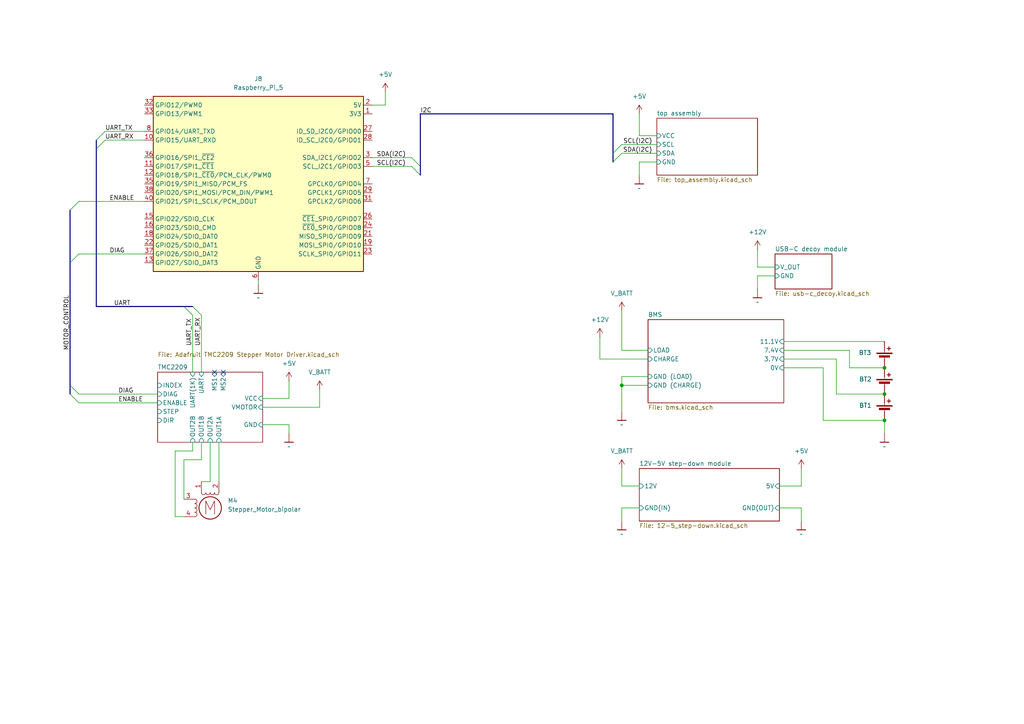
<source format=kicad_sch>
(kicad_sch (version 20250114) (generator "eeschema") (generator_version "9.0")
  (paper "A4")
  (lib_symbols
    (symbol "Adafruit PCA9685 rev C-eagle-import:GND" (power)
      (symbol "GND_1_0"
        (polyline (pts (xy -1.27 0) (xy 1.27 0)) (stroke (width 0.254)))
        (pin power_in line (at 0 2.54 270) (length 2.54) (name "GND") (number "1"))
      )
    )
    (symbol "Adafruit TMC2209 Stepper Motor Driver-eagle-import:GND" (power)
      (symbol "GND_1_0"
        (polyline (pts (xy -1.27 0) (xy 1.27 0)) (stroke (width 0.254)))
        (pin power_in line (at 0 2.54 270) (length 2.54) (name "GND") (number "1"))
      )
    )
    (symbol "Connector:Raspberry_Pi_4"
      (property "Reference" "J" (at -17.526 48.768 0))
      (property "Value" "Raspberry_Pi_4" (at 15.748 -26.416 0))
      (symbol "Raspberry_Pi_4_0_1"
        (rectangle (start -30.48 25.4) (end 30.48 -25.4) (stroke (width 0.254)) (fill (type background)))
      )
      (symbol "Raspberry_Pi_4_1_1"
        (pin bidirectional line (at -33.02 22.86 0) (length 2.54) (name "GPIO12/PWM0") (number "32"))
        (pin bidirectional line (at -33.02 20.32 0) (length 2.54) (name "GPIO13/PWM1") (number "33"))
        (pin bidirectional line (at -33.02 15.24 0) (length 2.54) (name "GPIO14/UART_TXD") (number "8"))
        (pin bidirectional line (at -33.02 12.7 0) (length 2.54) (name "GPIO15/UART_RXD") (number "10"))
        (pin bidirectional line (at -33.02 7.62 0) (length 2.54) (name "GPIO16/SPI1_~{CE2}") (number "36"))
        (pin bidirectional line (at -33.02 5.08 0) (length 2.54) (name "GPIO17/SPI1_~{CE1}") (number "11"))
        (pin bidirectional line (at -33.02 2.54 0) (length 2.54) (name "GPIO18/SPI1_~{CE0}/PCM_CLK/PWM0") (number "12"))
        (pin bidirectional line (at -33.02 0 0) (length 2.54) (name "GPIO19/SPI1_MISO/PCM_FS") (number "35"))
        (pin bidirectional line (at -33.02 -2.54 0) (length 2.54) (name "GPIO20/SPI1_MOSI/PCM_DIN/PWM1") (number "38"))
        (pin bidirectional line (at -33.02 -5.08 0) (length 2.54) (name "GPIO21/SPI1_SCLK/PCM_DOUT") (number "40"))
        (pin bidirectional line (at -33.02 -10.16 0) (length 2.54) (name "GPIO22/SDIO_CLK") (number "15"))
        (pin bidirectional line (at -33.02 -12.7 0) (length 2.54) (name "GPIO23/SDIO_CMD") (number "16"))
        (pin bidirectional line (at -33.02 -15.24 0) (length 2.54) (name "GPIO24/SDIO_DAT0") (number "18"))
        (pin bidirectional line (at -33.02 -17.78 0) (length 2.54) (name "GPIO25/SDIO_DAT1") (number "22"))
        (pin bidirectional line (at -33.02 -20.32 0) (length 2.54) (name "GPIO26/SDIO_DAT2") (number "37"))
        (pin bidirectional line (at -33.02 -22.86 0) (length 2.54) (name "GPIO27/SDIO_DAT3") (number "13"))
        (pin passive line (at 0 -27.94 90) (length 2.54) (hide yes) (name "GND") (number "14"))
        (pin passive line (at 0 -27.94 90) (length 2.54) (hide yes) (name "GND") (number "20"))
        (pin passive line (at 0 -27.94 90) (length 2.54) (hide yes) (name "GND") (number "25"))
        (pin passive line (at 0 -27.94 90) (length 2.54) (hide yes) (name "GND") (number "30"))
        (pin passive line (at 0 -27.94 90) (length 2.54) (hide yes) (name "GND") (number "34"))
        (pin passive line (at 0 -27.94 90) (length 2.54) (hide yes) (name "GND") (number "39"))
        (pin power_out line (at 0 -27.94 90) (length 2.54) (name "GND") (number "6"))
        (pin passive line (at 0 -27.94 90) (length 2.54) (hide yes) (name "GND") (number "9"))
        (pin power_out line (at 33.02 22.86 180) (length 2.54) (name "5V") (number "2"))
        (pin passive line (at 33.02 22.86 180) (length 2.54) (hide yes) (name "5V") (number "4"))
        (pin power_out line (at 33.02 20.32 180) (length 2.54) (name "3V3") (number "1"))
        (pin passive line (at 33.02 20.32 180) (length 2.54) (hide yes) (name "3V3") (number "17"))
        (pin bidirectional line (at 33.02 15.24 180) (length 2.54) (name "ID_SD_I2C0/GPIO00") (number "27"))
        (pin bidirectional line (at 33.02 12.7 180) (length 2.54) (name "ID_SC_I2C0/GPIO01") (number "28"))
        (pin bidirectional line (at 33.02 7.62 180) (length 2.54) (name "SDA_I2C1/GPIO02") (number "3"))
        (pin bidirectional line (at 33.02 5.08 180) (length 2.54) (name "SCL_I2C1/GPIO03") (number "5"))
        (pin bidirectional line (at 33.02 0 180) (length 2.54) (name "GPCLK0/GPIO04") (number "7"))
        (pin bidirectional line (at 33.02 -2.54 180) (length 2.54) (name "GPCLK1/GPIO05") (number "29"))
        (pin bidirectional line (at 33.02 -5.08 180) (length 2.54) (name "GPCLK2/GPIO06") (number "31"))
        (pin bidirectional line (at 33.02 -10.16 180) (length 2.54) (name "~{CE1}_SPI0/GPIO07") (number "26"))
        (pin bidirectional line (at 33.02 -12.7 180) (length 2.54) (name "~{CE0}_SPI0/GPIO08") (number "24"))
        (pin bidirectional line (at 33.02 -15.24 180) (length 2.54) (name "MISO_SPI0/GPIO09") (number "21"))
        (pin bidirectional line (at 33.02 -17.78 180) (length 2.54) (name "MOSI_SPI0/GPIO10") (number "19"))
        (pin bidirectional line (at 33.02 -20.32 180) (length 2.54) (name "SCLK_SPI0/GPIO11") (number "23"))
      )
    )
    (symbol "Device:Battery_Cell" (pin_numbers (hide yes)) (pin_names (offset 0) (hide yes))
      (property "Reference" "BT" (at 2.54 2.54 0))
      (property "Value" "Battery_Cell" (at 2.54 0 0))
      (symbol "Battery_Cell_0_1"
        (rectangle (start -2.286 1.778) (end 2.286 1.524) (fill (type outline)))
        (rectangle (start -1.524 1.016) (end 1.524 0.508) (fill (type outline)))
        (polyline (pts (xy 0 1.778) (xy 0 2.54)))
        (polyline (pts (xy 0 0.762) (xy 0 0)))
        (polyline (pts (xy 0.762 3.048) (xy 1.778 3.048)) (stroke (width 0.254)))
        (polyline (pts (xy 1.27 3.556) (xy 1.27 2.54)) (stroke (width 0.254)))
      )
      (symbol "Battery_Cell_1_1"
        (pin passive line (at 0 5.08 270) (length 2.54) (name "+") (number "1"))
        (pin passive line (at 0 -2.54 90) (length 2.54) (name "-") (number "2"))
      )
    )
    (symbol "Motor:Stepper_Motor_bipolar" (pin_names (offset 0) (hide yes))
      (property "Reference" "M" (at 3.81 2.54 0))
      (property "Value" "Stepper_Motor_bipolar" (at 3.81 1.27 0))
      (symbol "Stepper_Motor_bipolar_0_0"
        (polyline (pts (xy -1.27 -1.778) (xy -1.27 2.032) (xy 0 -0.508) (xy 1.27 2.032) (xy 1.27 -1.778)))
      )
      (symbol "Stepper_Motor_bipolar_0_1"
        (polyline (pts (xy -5.08 2.54) (xy -4.445 2.54)))
        (polyline (pts (xy -5.08 -2.54) (xy -4.445 -2.54)))
        (arc (start -4.445 2.54) (mid -3.8127 1.905) (end -4.445 1.27))
        (arc (start -4.445 1.27) (mid -3.8127 0.635) (end -4.445 0))
        (arc (start -4.445 0) (mid -3.8127 -0.635) (end -4.445 -1.27))
        (arc (start -4.445 -1.27) (mid -3.8127 -1.905) (end -4.445 -2.54))
        (polyline (pts (xy -2.54 5.08) (xy -2.54 4.445)))
        (arc (start -1.27 4.445) (mid -1.905 3.8127) (end -2.54 4.445))
        (arc (start 0 4.445) (mid -0.635 3.8127) (end -1.27 4.445))
        (circle (center 0 0) (radius 3.2512) (stroke (width 0.254)))
        (arc (start 1.27 4.445) (mid 0.635 3.8127) (end 0 4.445))
        (arc (start 2.54 4.445) (mid 1.905 3.8127) (end 1.27 4.445))
        (polyline (pts (xy 2.54 5.08) (xy 2.54 4.445)))
      )
      (symbol "Stepper_Motor_bipolar_1_1"
        (pin passive line (at -7.62 2.54 0) (length 2.54) (name "~") (number "3"))
        (pin passive line (at -7.62 -2.54 0) (length 2.54) (name "~") (number "4"))
        (pin passive line (at -2.54 7.62 270) (length 2.54) (name "~") (number "1"))
        (pin passive line (at 2.54 7.62 270) (length 2.54) (name "-") (number "2"))
      )
    )
    (symbol "power:+12V" (power) (pin_numbers (hide yes)) (pin_names (offset 0) (hide yes))
      (property "Value" "+12V" (at 0 3.556 0))
      (symbol "+12V_0_1"
        (polyline (pts (xy -0.762 1.27) (xy 0 2.54)))
        (polyline (pts (xy 0 2.54) (xy 0.762 1.27)))
        (polyline (pts (xy 0 0) (xy 0 2.54)))
      )
      (symbol "+12V_1_1"
        (pin power_in line (at 0 0 90) (length 0) (name "~") (number "1"))
      )
    )
    (symbol "power:+5V" (power) (pin_numbers (hide yes)) (pin_names (offset 0) (hide yes))
      (property "Value" "+5V" (at 0 3.556 0))
      (symbol "+5V_0_1"
        (polyline (pts (xy -0.762 1.27) (xy 0 2.54)))
        (polyline (pts (xy 0 2.54) (xy 0.762 1.27)))
        (polyline (pts (xy 0 0) (xy 0 2.54)))
      )
      (symbol "+5V_1_1"
        (pin power_in line (at 0 0 90) (length 0) (name "~") (number "1"))
      )
    )
    (symbol "power:+BATT" (power) (pin_numbers (hide yes)) (pin_names (offset 0) (hide yes))
      (property "Value" "+BATT" (at 0 3.556 0))
      (symbol "+BATT_0_1"
        (polyline (pts (xy -0.762 1.27) (xy 0 2.54)))
        (polyline (pts (xy 0 2.54) (xy 0.762 1.27)))
        (polyline (pts (xy 0 0) (xy 0 2.54)))
      )
      (symbol "+BATT_1_1"
        (pin power_in line (at 0 0 90) (length 0) (name "~") (number "1"))
      )
    )
  )
  (junction (at 256.54 114.3))
  (junction (at 256.54 106.68))
  (junction (at 180.34 111.76))
  (junction (at 256.54 121.92))
  (no_connect (at 64.77 107.95))
  (no_connect (at 62.23 107.95))
  (bus_entry (at 20.32 111.76) (size 2.54 2.54))
  (bus_entry (at 20.32 60.96) (size 2.54 -2.54))
  (bus_entry (at 53.34 88.9) (size 2.54 2.54))
  (bus_entry (at 177.8 44.45) (size 2.54 -2.54))
  (bus_entry (at 121.92 48.26) (size -2.54 -2.54))
  (bus_entry (at 27.94 43.18) (size 2.54 -2.54))
  (bus_entry (at 55.88 88.9) (size 2.54 2.54))
  (bus_entry (at 177.8 46.99) (size 2.54 -2.54))
  (bus_entry (at 20.32 76.2) (size 2.54 -2.54))
  (bus_entry (at 27.94 40.64) (size 2.54 -2.54))
  (bus_entry (at 121.92 50.8) (size -2.54 -2.54))
  (bus_entry (at 20.32 114.3) (size 2.54 2.54))
  (wire (pts (xy 187.96 109.22) (xy 180.34 109.22)))
  (wire (pts (xy 246.38 101.6) (xy 246.38 106.68)))
  (wire (pts (xy 180.34 151.13) (xy 180.34 147.32)))
  (wire (pts (xy 180.34 109.22) (xy 180.34 111.76)))
  (wire (pts (xy 50.8 130.81) (xy 50.8 149.86)))
  (wire (pts (xy 180.34 41.91) (xy 190.5 41.91)))
  (wire (pts (xy 53.34 144.78) (xy 53.34 133.35)))
  (wire (pts (xy 30.48 38.1) (xy 41.91 38.1)))
  (bus (pts (xy 20.32 60.96) (xy 20.32 76.2)))
  (wire (pts (xy 22.86 116.84) (xy 45.72 116.84)))
  (wire (pts (xy 226.06 147.32) (xy 232.41 147.32)))
  (wire (pts (xy 22.86 114.3) (xy 45.72 114.3)))
  (wire (pts (xy 180.34 111.76) (xy 180.34 119.38)))
  (wire (pts (xy 83.82 123.19) (xy 83.82 125.73)))
  (wire (pts (xy 53.34 133.35) (xy 58.42 133.35)))
  (wire (pts (xy 185.42 46.99) (xy 190.5 46.99)))
  (wire (pts (xy 242.57 114.3) (xy 256.54 114.3)))
  (wire (pts (xy 63.5 139.7) (xy 63.5 128.27)))
  (wire (pts (xy 83.82 115.57) (xy 83.82 110.49)))
  (wire (pts (xy 232.41 140.97) (xy 226.06 140.97)))
  (wire (pts (xy 60.96 139.7) (xy 60.96 128.27)))
  (wire (pts (xy 173.99 104.14) (xy 187.96 104.14)))
  (wire (pts (xy 185.42 33.02) (xy 185.42 39.37)))
  (wire (pts (xy 30.48 40.64) (xy 41.91 40.64)))
  (wire (pts (xy 219.71 72.39) (xy 219.71 77.47)))
  (bus (pts (xy 121.92 33.02) (xy 177.8 33.02)))
  (wire (pts (xy 55.88 128.27) (xy 55.88 130.81)))
  (wire (pts (xy 111.76 26.67) (xy 111.76 30.48)))
  (bus (pts (xy 20.32 76.2) (xy 20.32 111.76)))
  (wire (pts (xy 180.34 140.97) (xy 185.42 140.97)))
  (wire (pts (xy 227.33 99.06) (xy 256.54 99.06)))
  (wire (pts (xy 76.2 115.57) (xy 83.82 115.57)))
  (bus (pts (xy 20.32 111.76) (xy 20.32 114.3)))
  (wire (pts (xy 232.41 147.32) (xy 232.41 151.13)))
  (wire (pts (xy 58.42 139.7) (xy 60.96 139.7)))
  (wire (pts (xy 180.34 111.76) (xy 187.96 111.76)))
  (bus (pts (xy 27.94 40.64) (xy 27.94 43.18)))
  (bus (pts (xy 27.94 43.18) (xy 27.94 88.9)))
  (wire (pts (xy 180.34 101.6) (xy 180.34 90.17)))
  (wire (pts (xy 232.41 135.89) (xy 232.41 140.97)))
  (wire (pts (xy 58.42 91.44) (xy 58.42 107.95)))
  (wire (pts (xy 227.33 101.6) (xy 246.38 101.6)))
  (wire (pts (xy 58.42 133.35) (xy 58.42 128.27)))
  (bus (pts (xy 177.8 33.02) (xy 177.8 44.45)))
  (wire (pts (xy 76.2 123.19) (xy 83.82 123.19)))
  (wire (pts (xy 92.71 118.11) (xy 92.71 113.03)))
  (wire (pts (xy 238.76 121.92) (xy 256.54 121.92)))
  (wire (pts (xy 180.34 135.89) (xy 180.34 140.97)))
  (bus (pts (xy 177.8 44.45) (xy 177.8 46.99)))
  (wire (pts (xy 180.34 44.45) (xy 190.5 44.45)))
  (wire (pts (xy 187.96 101.6) (xy 180.34 101.6)))
  (wire (pts (xy 219.71 77.47) (xy 224.79 77.47)))
  (wire (pts (xy 219.71 83.82) (xy 219.71 80.01)))
  (bus (pts (xy 121.92 33.02) (xy 121.92 48.26)))
  (wire (pts (xy 55.88 130.81) (xy 50.8 130.81)))
  (bus (pts (xy 27.94 88.9) (xy 53.34 88.9)))
  (wire (pts (xy 76.2 118.11) (xy 92.71 118.11)))
  (wire (pts (xy 219.71 80.01) (xy 224.79 80.01)))
  (wire (pts (xy 227.33 106.68) (xy 238.76 106.68)))
  (wire (pts (xy 50.8 149.86) (xy 53.34 149.86)))
  (wire (pts (xy 246.38 106.68) (xy 256.54 106.68)))
  (wire (pts (xy 173.99 97.79) (xy 173.99 104.14)))
  (wire (pts (xy 107.95 45.72) (xy 119.38 45.72)))
  (bus (pts (xy 121.92 50.8) (xy 121.92 48.26)))
  (wire (pts (xy 180.34 147.32) (xy 185.42 147.32)))
  (bus (pts (xy 53.34 88.9) (xy 55.88 88.9)))
  (wire (pts (xy 22.86 58.42) (xy 41.91 58.42)))
  (wire (pts (xy 107.95 48.26) (xy 119.38 48.26)))
  (wire (pts (xy 256.54 121.92) (xy 256.54 125.73)))
  (wire (pts (xy 185.42 50.8) (xy 185.42 46.99)))
  (wire (pts (xy 55.88 91.44) (xy 55.88 107.95)))
  (wire (pts (xy 227.33 104.14) (xy 242.57 104.14)))
  (wire (pts (xy 242.57 104.14) (xy 242.57 114.3)))
  (wire (pts (xy 111.76 30.48) (xy 107.95 30.48)))
  (wire (pts (xy 185.42 39.37) (xy 190.5 39.37)))
  (wire (pts (xy 238.76 106.68) (xy 238.76 121.92)))
  (wire (pts (xy 22.86 73.66) (xy 41.91 73.66)))
  (wire (pts (xy 74.93 82.55) (xy 74.93 81.28)))
  (label "UART_RX" (at 58.42 100.33 90))
  (label "ENABLE" (at 31.75 58.42 0))
  (label "MOTOR_CONTROL" (at 20.32 101.6 90))
  (label "SDA(I2C)" (at 189.23 44.45 180))
  (label "I2C" (at 121.92 33.02 0))
  (label "DIAG" (at 34.29 114.3 0))
  (label "DIAG" (at 31.75 73.66 0))
  (label "SCL(I2C)" (at 189.23 41.91 180))
  (label "UART_TX" (at 30.48 38.1 0))
  (label "SDA(I2C)" (at 109.22 45.72 0))
  (label "UART_RX" (at 30.48 40.64 0))
  (label "SCL(I2C)" (at 109.22 48.26 0))
  (label "ENABLE" (at 34.29 116.84 0))
  (label "UART" (at 33.02 88.9 0))
  (label "UART_TX" (at 55.88 100.33 90))
  (symbol (lib_id "Adafruit TMC2209 Stepper Motor Driver-eagle-import:GND") (at 256.54 128.27 0) (unit 1)
    (property "Reference" "01" (effects (hide yes)))
    (property "Value" "~" (at 256.54 129.54 0) (effects (font (size 1.27 1.0795))))
    (property "Description" "GND" (effects (hide yes)))
  )
  (symbol (lib_id "Adafruit TMC2209 Stepper Motor Driver-eagle-import:GND") (at 185.42 53.34 0) (unit 1)
    (property "Reference" "01" (effects (hide yes)))
    (property "Value" "~" (at 185.42 54.61 0) (effects (font (size 1.27 1.0795))))
    (property "Description" "GND" (effects (hide yes)))
  )
  (symbol (lib_id "power:+12V") (at 219.71 72.39 0) (unit 1)
    (property "Reference" "#PWR020" (effects (hide yes)))
    (property "Value" "+12V" (at 219.71 67.31 0))
    (property "Description" "Power symbol creates a global label with name \"+12V\"" (effects (hide yes)))
  )
  (symbol (lib_id "Adafruit TMC2209 Stepper Motor Driver-eagle-import:GND") (at 74.93 85.09 0) (unit 1)
    (property "Reference" "01" (effects (hide yes)))
    (property "Value" "~" (at 74.93 86.36 0) (effects (font (size 1.27 1.0795))))
    (property "Description" "GND" (effects (hide yes)))
  )
  (symbol (lib_id "Adafruit PCA9685 rev C-eagle-import:GND") (at 83.82 128.27 0) (unit 1)
    (property "Reference" "01" (effects (hide yes)))
    (property "Value" "~" (at 83.82 129.54 0) (effects (font (size 1.27 1.0795))))
    (property "Description" "GND" (effects (hide yes)))
  )
  (symbol (lib_id "power:+BATT") (at 180.34 135.89 0) (unit 1)
    (property "Reference" "#PWR023" (effects (hide yes)))
    (property "Value" "V_BATT" (at 180.34 130.81 0))
    (property "Description" "Power symbol creates a global label with name \"+BATT\"" (effects (hide yes)))
  )
  (symbol (lib_id "power:+12V") (at 173.99 97.79 0) (unit 1)
    (property "Reference" "#PWR016" (effects (hide yes)))
    (property "Value" "+12V" (at 173.99 92.71 0))
    (property "Description" "Power symbol creates a global label with name \"+12V\"" (effects (hide yes)))
  )
  (symbol (lib_id "power:+5V") (at 185.42 33.02 0) (unit 1)
    (property "Reference" "#PWR015" (effects (hide yes)))
    (property "Value" "+5V" (at 185.42 27.94 0))
    (property "Description" "Power symbol creates a global label with name \"+5V\"" (effects (hide yes)))
  )
  (symbol (lib_id "power:+BATT") (at 92.71 113.03 0) (unit 1)
    (property "Reference" "#PWR018" (effects (hide yes)))
    (property "Value" "V_BATT" (at 92.71 107.95 0))
    (property "Description" "Power symbol creates a global label with name \"+BATT\"" (effects (hide yes)))
  )
  (symbol (lib_id "Adafruit PCA9685 rev C-eagle-import:GND") (at 180.34 153.67 0) (unit 1)
    (property "Reference" "01" (effects (hide yes)))
    (property "Value" "~" (at 180.34 154.94 0) (effects (font (size 1.27 1.0795))))
    (property "Description" "GND" (effects (hide yes)))
  )
  (symbol (lib_id "Device:Battery_Cell") (at 256.54 111.76 0) (unit 1)
    (property "Reference" "BT2" (at 249.174 109.982 0) (effects (justify left)))
    (property "Value" "Battery_Cell" (effects (hide yes)))
    (property "Description" "Single-cell battery" (effects (hide yes)))
  )
  (symbol (lib_id "power:+5V") (at 111.76 26.67 0) (unit 1)
    (property "Reference" "#PWR021" (effects (hide yes)))
    (property "Value" "+5V" (at 111.76 21.59 0))
    (property "Description" "Power symbol creates a global label with name \"+5V\"" (effects (hide yes)))
  )
  (symbol (lib_id "Connector:Raspberry_Pi_4") (at 74.93 53.34 0) (unit 1)
    (property "Reference" "J8" (at 74.93 22.86 0))
    (property "Value" "Raspberry_Pi_5" (at 74.93 25.4 0))
    (property "Datasheet" "https://datasheets.raspberrypi.com/rpi4/raspberry-pi-4-datasheet.pdf" (effects (hide yes)))
    (property "Description" "Raspberry Pi 4 Model B" (effects (hide yes)))
  )
  (symbol (lib_id "Device:Battery_Cell") (at 256.54 104.14 0) (unit 1)
    (property "Reference" "BT3" (at 252.73 102.2986 0) (effects (justify right)))
    (property "Value" "Battery_Cell" (effects (hide yes)))
    (property "Description" "Single-cell battery" (effects (hide yes)))
  )
  (symbol (lib_id "power:+5V") (at 232.41 135.89 0) (unit 1)
    (property "Reference" "#PWR022" (effects (hide yes)))
    (property "Value" "+5V" (at 232.41 130.81 0))
    (property "Description" "Power symbol creates a global label with name \"+5V\"" (effects (hide yes)))
  )
  (symbol (lib_id "Adafruit PCA9685 rev C-eagle-import:GND") (at 232.41 153.67 0) (unit 1)
    (property "Reference" "01" (effects (hide yes)))
    (property "Value" "~" (at 232.41 154.94 0) (effects (font (size 1.27 1.0795))))
    (property "Description" "GND" (effects (hide yes)))
  )
  (symbol (lib_id "power:+BATT") (at 180.34 90.17 0) (unit 1)
    (property "Reference" "#PWR017" (effects (hide yes)))
    (property "Value" "V_BATT" (at 180.34 85.09 0))
    (property "Description" "Power symbol creates a global label with name \"+BATT\"" (effects (hide yes)))
  )
  (symbol (lib_id "Adafruit TMC2209 Stepper Motor Driver-eagle-import:GND") (at 180.34 121.92 0) (unit 1)
    (property "Reference" "0101" (effects (hide yes)))
    (property "Value" "~" (at 180.34 123.19 0) (effects (font (size 1.27 1.0795))))
    (property "Description" "GND" (effects (hide yes)))
  )
  (symbol (lib_id "Device:Battery_Cell") (at 256.54 119.38 0) (unit 1)
    (property "Reference" "BT1" (at 249.174 117.602 0) (effects (justify left)))
    (property "Value" "Battery_Cell" (effects (hide yes)))
    (property "Description" "Single-cell battery" (effects (hide yes)))
  )
  (symbol (lib_id "Adafruit PCA9685 rev C-eagle-import:GND") (at 219.71 86.36 0) (unit 1)
    (property "Reference" "01" (effects (hide yes)))
    (property "Value" "~" (at 219.71 87.63 0) (effects (font (size 1.27 1.0795))))
    (property "Description" "GND" (effects (hide yes)))
  )
  (symbol (lib_id "power:+5V") (at 83.82 110.49 0) (unit 1)
    (property "Reference" "#PWR019" (effects (hide yes)))
    (property "Value" "+5V" (at 83.82 105.41 0))
    (property "Description" "Power symbol creates a global label with name \"+5V\"" (effects (hide yes)))
  )
  (symbol (lib_id "Motor:Stepper_Motor_bipolar") (at 60.96 147.32 0) (unit 1)
    (property "Reference" "M4" (at 66.04 145.199 0) (effects (justify left)))
    (property "Value" "Stepper_Motor_bipolar" (at 66.04 147.739 0) (effects (justify left)))
    (property "Datasheet" "http://www.infineon.com/dgdl/Application-Note-TLE8110EE_driving_UniPolarStepperMotor_V1.1.pdf?fileId=db3a30431be39b97011be5d0aa0a00b0" (effects (hide yes)))
    (property "Description" "4-wire bipolar stepper motor" (effects (hide yes)))
  )
  (sheet (at 224.79 73.66) (size 16.51 10.16) (stroke (width 0.1524))
    (property "Sheetname" "USB-C decoy module" (at 224.79 72.9484 0) (effects (justify left bottom)))
    (property "Sheetfile" "usb-c_decoy.kicad_sch" (at 224.79 84.4046 0) (effects (justify left top)))
    (pin "GND" input (at 224.79 80.01 180))
    (pin "V_OUT" input (at 224.79 77.47 180))
  )
  (sheet (at 190.5 34.29) (size 29.21 16.51) (stroke (width 0.1524))
    (property "Sheetname" "top assembly" (at 190.5 33.5784 0) (effects (justify left bottom)))
    (property "Sheetfile" "top_assembly.kicad_sch" (at 190.5 51.3846 0) (effects (justify left top)))
    (pin "VCC" input (at 190.5 39.37 180))
    (pin "SCL" input (at 190.5 41.91 180))
    (pin "SDA" input (at 190.5 44.45 180))
    (pin "GND" input (at 190.5 46.99 180))
  )
  (sheet (at 187.96 92.71) (size 39.37 24.13) (stroke (width 0.1524))
    (property "Sheetname" "BMS" (at 187.96 91.9984 0) (effects (justify left bottom)))
    (property "Sheetfile" "bms.kicad_sch" (at 187.96 117.4246 0) (effects (justify left top)))
    (pin "3.7V" input (at 227.33 104.14 0))
    (pin "11.1V" input (at 227.33 99.06 0))
    (pin "LOAD" input (at 187.96 101.6 180))
    (pin "7.4V" input (at 227.33 101.6 0))
    (pin "CHARGE" input (at 187.96 104.14 180))
    (pin "0V" input (at 227.33 106.68 0))
    (pin "GND (CHARGE)" input (at 187.96 111.76 180))
    (pin "GND (LOAD)" input (at 187.96 109.22 180))
  )
  (sheet (at 185.42 135.89) (size 40.64 15.24) (stroke (width 0.1524))
    (property "Sheetname" "12V-5V step-down module" (at 185.42 135.1784 0) (effects (justify left bottom)))
    (property "Sheetfile" "12-5_step-down.kicad_sch" (at 185.42 151.7146 0) (effects (justify left top)))
    (pin "GND(OUT)" input (at 226.06 147.32 0))
    (pin "GND(IN)" input (at 185.42 147.32 180))
    (pin "12V" input (at 185.42 140.97 180))
    (pin "5V" input (at 226.06 140.97 0))
  )
  (sheet (at 45.72 107.95) (size 30.48 20.32) (stroke (width 0.1524))
    (property "Sheetname" "TMC2209" (at 45.72 107.2384 0) (effects (justify left bottom)))
    (property "Sheetfile" "Adafruit TMC2209 Stepper Motor Driver.kicad_sch" (at 45.72 102.108 0) (effects (justify left top)))
    (pin "GND" input (at 76.2 123.19 0))
    (pin "VCC" input (at 76.2 115.57 0))
    (pin "OUT1B" input (at 58.42 128.27 270))
    (pin "OUT2B" input (at 55.88 128.27 270))
    (pin "OUT1A" input (at 63.5 128.27 270))
    (pin "OUT2A" input (at 60.96 128.27 270))
    (pin "VMOTOR" input (at 76.2 118.11 0))
    (pin "DIR" input (at 45.72 121.92 180))
    (pin "STEP" input (at 45.72 119.38 180))
    (pin "MS1" input (at 62.23 107.95 90))
    (pin "INDEX" input (at 45.72 111.76 180))
    (pin "ENABLE" input (at 45.72 116.84 180))
    (pin "DIAG" input (at 45.72 114.3 180))
    (pin "MS2" input (at 64.77 107.95 90))
    (pin "UART" input (at 58.42 107.95 90))
    (pin "UART(1K)" input (at 55.88 107.95 90))
  )
)
</source>
